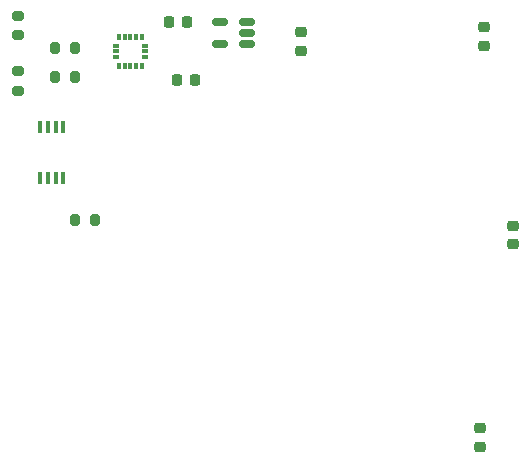
<source format=gbr>
%TF.GenerationSoftware,KiCad,Pcbnew,7.0.2-0*%
%TF.CreationDate,2024-01-05T14:52:03-05:00*%
%TF.ProjectId,ControllerShield,436f6e74-726f-46c6-9c65-72536869656c,rev?*%
%TF.SameCoordinates,Original*%
%TF.FileFunction,Paste,Top*%
%TF.FilePolarity,Positive*%
%FSLAX46Y46*%
G04 Gerber Fmt 4.6, Leading zero omitted, Abs format (unit mm)*
G04 Created by KiCad (PCBNEW 7.0.2-0) date 2024-01-05 14:52:03*
%MOMM*%
%LPD*%
G01*
G04 APERTURE LIST*
G04 Aperture macros list*
%AMRoundRect*
0 Rectangle with rounded corners*
0 $1 Rounding radius*
0 $2 $3 $4 $5 $6 $7 $8 $9 X,Y pos of 4 corners*
0 Add a 4 corners polygon primitive as box body*
4,1,4,$2,$3,$4,$5,$6,$7,$8,$9,$2,$3,0*
0 Add four circle primitives for the rounded corners*
1,1,$1+$1,$2,$3*
1,1,$1+$1,$4,$5*
1,1,$1+$1,$6,$7*
1,1,$1+$1,$8,$9*
0 Add four rect primitives between the rounded corners*
20,1,$1+$1,$2,$3,$4,$5,0*
20,1,$1+$1,$4,$5,$6,$7,0*
20,1,$1+$1,$6,$7,$8,$9,0*
20,1,$1+$1,$8,$9,$2,$3,0*%
G04 Aperture macros list end*
%ADD10RoundRect,0.225000X0.250000X-0.225000X0.250000X0.225000X-0.250000X0.225000X-0.250000X-0.225000X0*%
%ADD11RoundRect,0.200000X-0.200000X-0.275000X0.200000X-0.275000X0.200000X0.275000X-0.200000X0.275000X0*%
%ADD12RoundRect,0.200000X-0.275000X0.200000X-0.275000X-0.200000X0.275000X-0.200000X0.275000X0.200000X0*%
%ADD13RoundRect,0.225000X0.225000X0.250000X-0.225000X0.250000X-0.225000X-0.250000X0.225000X-0.250000X0*%
%ADD14R,0.400000X1.100000*%
%ADD15RoundRect,0.225000X-0.250000X0.225000X-0.250000X-0.225000X0.250000X-0.225000X0.250000X0.225000X0*%
%ADD16RoundRect,0.150000X0.512500X0.150000X-0.512500X0.150000X-0.512500X-0.150000X0.512500X-0.150000X0*%
%ADD17RoundRect,0.087500X-0.087500X0.187500X-0.087500X-0.187500X0.087500X-0.187500X0.087500X0.187500X0*%
%ADD18RoundRect,0.087500X-0.187500X0.087500X-0.187500X-0.087500X0.187500X-0.087500X0.187500X0.087500X0*%
G04 APERTURE END LIST*
D10*
%TO.C,C3*%
X173100000Y-132475000D03*
X173100000Y-130925000D03*
%TD*%
D11*
%TO.C,R2*%
X137150000Y-98720000D03*
X138800000Y-98720000D03*
%TD*%
D12*
%TO.C,R4*%
X134000000Y-96000000D03*
X134000000Y-97650000D03*
%TD*%
D13*
%TO.C,C1*%
X148300000Y-96500000D03*
X146750000Y-96500000D03*
%TD*%
D14*
%TO.C,U4*%
X137825000Y-105450000D03*
X137175000Y-105450000D03*
X136525000Y-105450000D03*
X135875000Y-105450000D03*
X135875000Y-109750000D03*
X136525000Y-109750000D03*
X137175000Y-109750000D03*
X137825000Y-109750000D03*
%TD*%
D10*
%TO.C,C6*%
X173450000Y-98525000D03*
X173450000Y-96975000D03*
%TD*%
D11*
%TO.C,R5*%
X138825000Y-113250000D03*
X140475000Y-113250000D03*
%TD*%
D12*
%TO.C,R3*%
X134000000Y-100675000D03*
X134000000Y-102325000D03*
%TD*%
D15*
%TO.C,C4*%
X157950000Y-97400000D03*
X157950000Y-98950000D03*
%TD*%
D16*
%TO.C,U3*%
X153387500Y-98400000D03*
X153387500Y-97450000D03*
X153387500Y-96500000D03*
X151112500Y-96500000D03*
X151112500Y-98400000D03*
%TD*%
D13*
%TO.C,C2*%
X149000000Y-101445000D03*
X147450000Y-101445000D03*
%TD*%
D15*
%TO.C,C7*%
X175900000Y-113775000D03*
X175900000Y-115325000D03*
%TD*%
D11*
%TO.C,R1*%
X137125000Y-101195000D03*
X138775000Y-101195000D03*
%TD*%
D17*
%TO.C,U2*%
X144495000Y-97790000D03*
X143995000Y-97790000D03*
X143495000Y-97790000D03*
X142995000Y-97790000D03*
X142495000Y-97790000D03*
D18*
X142270000Y-98515000D03*
X142270000Y-99015000D03*
X142270000Y-99515000D03*
D17*
X142495000Y-100240000D03*
X142995000Y-100240000D03*
X143495000Y-100240000D03*
X143995000Y-100240000D03*
X144495000Y-100240000D03*
D18*
X144720000Y-99515000D03*
X144720000Y-99015000D03*
X144720000Y-98515000D03*
%TD*%
M02*

</source>
